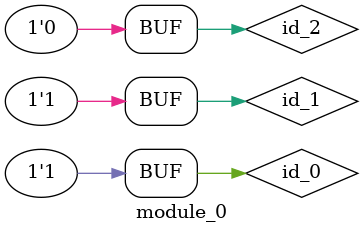
<source format=v>
module module_0 ();
  reg id_1 = id_0;
  assign id_0 = (id_0 == 1);
  initial id_0 <= 1;
  reg id_2 = (1) ? (1'd0) : id_1;
endmodule

</source>
